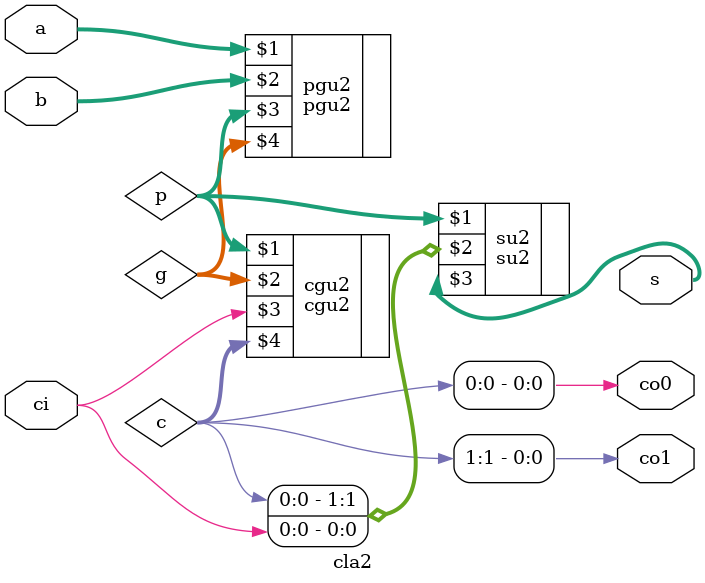
<source format=v>
`include "pgu2.v"
`include "cgu2.v"
`include "su2.v"

module cla2 
(
  input [1:0]  a,b,
  input ci,
  output [1:0] s,
  output co1, co0
);
  wire [1:0] c, p, g;
 
assign co0 = c[0];
assign co1 = c[1];

pgu2 pgu2(a, b, p, g);
cgu2 cgu2(p, g, ci, c);
su2 su2(p, {c[0], ci}, s);
endmodule


</source>
